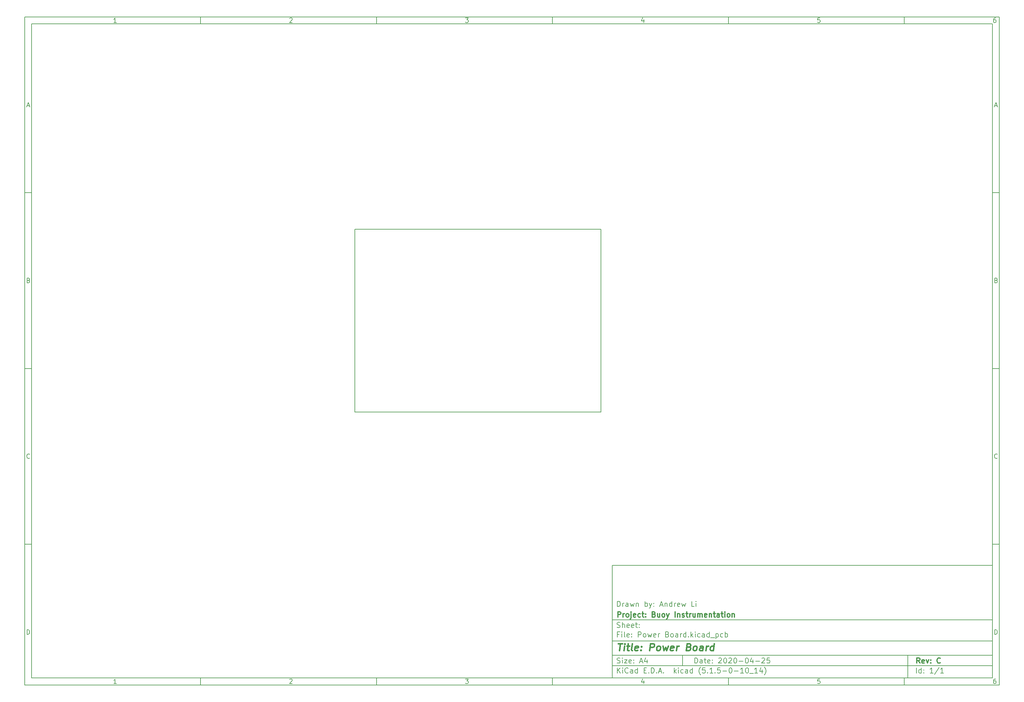
<source format=gm1>
G04 #@! TF.GenerationSoftware,KiCad,Pcbnew,(5.1.5-0-10_14)*
G04 #@! TF.CreationDate,2020-04-26T15:29:48+12:00*
G04 #@! TF.ProjectId,Power Board,506f7765-7220-4426-9f61-72642e6b6963,C*
G04 #@! TF.SameCoordinates,Original*
G04 #@! TF.FileFunction,Profile,NP*
%FSLAX46Y46*%
G04 Gerber Fmt 4.6, Leading zero omitted, Abs format (unit mm)*
G04 Created by KiCad (PCBNEW (5.1.5-0-10_14)) date 2020-04-26 15:29:48*
%MOMM*%
%LPD*%
G04 APERTURE LIST*
%ADD10C,0.100000*%
%ADD11C,0.150000*%
%ADD12C,0.300000*%
%ADD13C,0.400000*%
%ADD14C,0.200000*%
G04 APERTURE END LIST*
D10*
D11*
X177002200Y-166007200D02*
X177002200Y-198007200D01*
X285002200Y-198007200D01*
X285002200Y-166007200D01*
X177002200Y-166007200D01*
D10*
D11*
X10000000Y-10000000D02*
X10000000Y-200007200D01*
X287002200Y-200007200D01*
X287002200Y-10000000D01*
X10000000Y-10000000D01*
D10*
D11*
X12000000Y-12000000D02*
X12000000Y-198007200D01*
X285002200Y-198007200D01*
X285002200Y-12000000D01*
X12000000Y-12000000D01*
D10*
D11*
X60000000Y-12000000D02*
X60000000Y-10000000D01*
D10*
D11*
X110000000Y-12000000D02*
X110000000Y-10000000D01*
D10*
D11*
X160000000Y-12000000D02*
X160000000Y-10000000D01*
D10*
D11*
X210000000Y-12000000D02*
X210000000Y-10000000D01*
D10*
D11*
X260000000Y-12000000D02*
X260000000Y-10000000D01*
D10*
D11*
X36065476Y-11588095D02*
X35322619Y-11588095D01*
X35694047Y-11588095D02*
X35694047Y-10288095D01*
X35570238Y-10473809D01*
X35446428Y-10597619D01*
X35322619Y-10659523D01*
D10*
D11*
X85322619Y-10411904D02*
X85384523Y-10350000D01*
X85508333Y-10288095D01*
X85817857Y-10288095D01*
X85941666Y-10350000D01*
X86003571Y-10411904D01*
X86065476Y-10535714D01*
X86065476Y-10659523D01*
X86003571Y-10845238D01*
X85260714Y-11588095D01*
X86065476Y-11588095D01*
D10*
D11*
X135260714Y-10288095D02*
X136065476Y-10288095D01*
X135632142Y-10783333D01*
X135817857Y-10783333D01*
X135941666Y-10845238D01*
X136003571Y-10907142D01*
X136065476Y-11030952D01*
X136065476Y-11340476D01*
X136003571Y-11464285D01*
X135941666Y-11526190D01*
X135817857Y-11588095D01*
X135446428Y-11588095D01*
X135322619Y-11526190D01*
X135260714Y-11464285D01*
D10*
D11*
X185941666Y-10721428D02*
X185941666Y-11588095D01*
X185632142Y-10226190D02*
X185322619Y-11154761D01*
X186127380Y-11154761D01*
D10*
D11*
X236003571Y-10288095D02*
X235384523Y-10288095D01*
X235322619Y-10907142D01*
X235384523Y-10845238D01*
X235508333Y-10783333D01*
X235817857Y-10783333D01*
X235941666Y-10845238D01*
X236003571Y-10907142D01*
X236065476Y-11030952D01*
X236065476Y-11340476D01*
X236003571Y-11464285D01*
X235941666Y-11526190D01*
X235817857Y-11588095D01*
X235508333Y-11588095D01*
X235384523Y-11526190D01*
X235322619Y-11464285D01*
D10*
D11*
X285941666Y-10288095D02*
X285694047Y-10288095D01*
X285570238Y-10350000D01*
X285508333Y-10411904D01*
X285384523Y-10597619D01*
X285322619Y-10845238D01*
X285322619Y-11340476D01*
X285384523Y-11464285D01*
X285446428Y-11526190D01*
X285570238Y-11588095D01*
X285817857Y-11588095D01*
X285941666Y-11526190D01*
X286003571Y-11464285D01*
X286065476Y-11340476D01*
X286065476Y-11030952D01*
X286003571Y-10907142D01*
X285941666Y-10845238D01*
X285817857Y-10783333D01*
X285570238Y-10783333D01*
X285446428Y-10845238D01*
X285384523Y-10907142D01*
X285322619Y-11030952D01*
D10*
D11*
X60000000Y-198007200D02*
X60000000Y-200007200D01*
D10*
D11*
X110000000Y-198007200D02*
X110000000Y-200007200D01*
D10*
D11*
X160000000Y-198007200D02*
X160000000Y-200007200D01*
D10*
D11*
X210000000Y-198007200D02*
X210000000Y-200007200D01*
D10*
D11*
X260000000Y-198007200D02*
X260000000Y-200007200D01*
D10*
D11*
X36065476Y-199595295D02*
X35322619Y-199595295D01*
X35694047Y-199595295D02*
X35694047Y-198295295D01*
X35570238Y-198481009D01*
X35446428Y-198604819D01*
X35322619Y-198666723D01*
D10*
D11*
X85322619Y-198419104D02*
X85384523Y-198357200D01*
X85508333Y-198295295D01*
X85817857Y-198295295D01*
X85941666Y-198357200D01*
X86003571Y-198419104D01*
X86065476Y-198542914D01*
X86065476Y-198666723D01*
X86003571Y-198852438D01*
X85260714Y-199595295D01*
X86065476Y-199595295D01*
D10*
D11*
X135260714Y-198295295D02*
X136065476Y-198295295D01*
X135632142Y-198790533D01*
X135817857Y-198790533D01*
X135941666Y-198852438D01*
X136003571Y-198914342D01*
X136065476Y-199038152D01*
X136065476Y-199347676D01*
X136003571Y-199471485D01*
X135941666Y-199533390D01*
X135817857Y-199595295D01*
X135446428Y-199595295D01*
X135322619Y-199533390D01*
X135260714Y-199471485D01*
D10*
D11*
X185941666Y-198728628D02*
X185941666Y-199595295D01*
X185632142Y-198233390D02*
X185322619Y-199161961D01*
X186127380Y-199161961D01*
D10*
D11*
X236003571Y-198295295D02*
X235384523Y-198295295D01*
X235322619Y-198914342D01*
X235384523Y-198852438D01*
X235508333Y-198790533D01*
X235817857Y-198790533D01*
X235941666Y-198852438D01*
X236003571Y-198914342D01*
X236065476Y-199038152D01*
X236065476Y-199347676D01*
X236003571Y-199471485D01*
X235941666Y-199533390D01*
X235817857Y-199595295D01*
X235508333Y-199595295D01*
X235384523Y-199533390D01*
X235322619Y-199471485D01*
D10*
D11*
X285941666Y-198295295D02*
X285694047Y-198295295D01*
X285570238Y-198357200D01*
X285508333Y-198419104D01*
X285384523Y-198604819D01*
X285322619Y-198852438D01*
X285322619Y-199347676D01*
X285384523Y-199471485D01*
X285446428Y-199533390D01*
X285570238Y-199595295D01*
X285817857Y-199595295D01*
X285941666Y-199533390D01*
X286003571Y-199471485D01*
X286065476Y-199347676D01*
X286065476Y-199038152D01*
X286003571Y-198914342D01*
X285941666Y-198852438D01*
X285817857Y-198790533D01*
X285570238Y-198790533D01*
X285446428Y-198852438D01*
X285384523Y-198914342D01*
X285322619Y-199038152D01*
D10*
D11*
X10000000Y-60000000D02*
X12000000Y-60000000D01*
D10*
D11*
X10000000Y-110000000D02*
X12000000Y-110000000D01*
D10*
D11*
X10000000Y-160000000D02*
X12000000Y-160000000D01*
D10*
D11*
X10690476Y-35216666D02*
X11309523Y-35216666D01*
X10566666Y-35588095D02*
X11000000Y-34288095D01*
X11433333Y-35588095D01*
D10*
D11*
X11092857Y-84907142D02*
X11278571Y-84969047D01*
X11340476Y-85030952D01*
X11402380Y-85154761D01*
X11402380Y-85340476D01*
X11340476Y-85464285D01*
X11278571Y-85526190D01*
X11154761Y-85588095D01*
X10659523Y-85588095D01*
X10659523Y-84288095D01*
X11092857Y-84288095D01*
X11216666Y-84350000D01*
X11278571Y-84411904D01*
X11340476Y-84535714D01*
X11340476Y-84659523D01*
X11278571Y-84783333D01*
X11216666Y-84845238D01*
X11092857Y-84907142D01*
X10659523Y-84907142D01*
D10*
D11*
X11402380Y-135464285D02*
X11340476Y-135526190D01*
X11154761Y-135588095D01*
X11030952Y-135588095D01*
X10845238Y-135526190D01*
X10721428Y-135402380D01*
X10659523Y-135278571D01*
X10597619Y-135030952D01*
X10597619Y-134845238D01*
X10659523Y-134597619D01*
X10721428Y-134473809D01*
X10845238Y-134350000D01*
X11030952Y-134288095D01*
X11154761Y-134288095D01*
X11340476Y-134350000D01*
X11402380Y-134411904D01*
D10*
D11*
X10659523Y-185588095D02*
X10659523Y-184288095D01*
X10969047Y-184288095D01*
X11154761Y-184350000D01*
X11278571Y-184473809D01*
X11340476Y-184597619D01*
X11402380Y-184845238D01*
X11402380Y-185030952D01*
X11340476Y-185278571D01*
X11278571Y-185402380D01*
X11154761Y-185526190D01*
X10969047Y-185588095D01*
X10659523Y-185588095D01*
D10*
D11*
X287002200Y-60000000D02*
X285002200Y-60000000D01*
D10*
D11*
X287002200Y-110000000D02*
X285002200Y-110000000D01*
D10*
D11*
X287002200Y-160000000D02*
X285002200Y-160000000D01*
D10*
D11*
X285692676Y-35216666D02*
X286311723Y-35216666D01*
X285568866Y-35588095D02*
X286002200Y-34288095D01*
X286435533Y-35588095D01*
D10*
D11*
X286095057Y-84907142D02*
X286280771Y-84969047D01*
X286342676Y-85030952D01*
X286404580Y-85154761D01*
X286404580Y-85340476D01*
X286342676Y-85464285D01*
X286280771Y-85526190D01*
X286156961Y-85588095D01*
X285661723Y-85588095D01*
X285661723Y-84288095D01*
X286095057Y-84288095D01*
X286218866Y-84350000D01*
X286280771Y-84411904D01*
X286342676Y-84535714D01*
X286342676Y-84659523D01*
X286280771Y-84783333D01*
X286218866Y-84845238D01*
X286095057Y-84907142D01*
X285661723Y-84907142D01*
D10*
D11*
X286404580Y-135464285D02*
X286342676Y-135526190D01*
X286156961Y-135588095D01*
X286033152Y-135588095D01*
X285847438Y-135526190D01*
X285723628Y-135402380D01*
X285661723Y-135278571D01*
X285599819Y-135030952D01*
X285599819Y-134845238D01*
X285661723Y-134597619D01*
X285723628Y-134473809D01*
X285847438Y-134350000D01*
X286033152Y-134288095D01*
X286156961Y-134288095D01*
X286342676Y-134350000D01*
X286404580Y-134411904D01*
D10*
D11*
X285661723Y-185588095D02*
X285661723Y-184288095D01*
X285971247Y-184288095D01*
X286156961Y-184350000D01*
X286280771Y-184473809D01*
X286342676Y-184597619D01*
X286404580Y-184845238D01*
X286404580Y-185030952D01*
X286342676Y-185278571D01*
X286280771Y-185402380D01*
X286156961Y-185526190D01*
X285971247Y-185588095D01*
X285661723Y-185588095D01*
D10*
D11*
X200434342Y-193785771D02*
X200434342Y-192285771D01*
X200791485Y-192285771D01*
X201005771Y-192357200D01*
X201148628Y-192500057D01*
X201220057Y-192642914D01*
X201291485Y-192928628D01*
X201291485Y-193142914D01*
X201220057Y-193428628D01*
X201148628Y-193571485D01*
X201005771Y-193714342D01*
X200791485Y-193785771D01*
X200434342Y-193785771D01*
X202577200Y-193785771D02*
X202577200Y-193000057D01*
X202505771Y-192857200D01*
X202362914Y-192785771D01*
X202077200Y-192785771D01*
X201934342Y-192857200D01*
X202577200Y-193714342D02*
X202434342Y-193785771D01*
X202077200Y-193785771D01*
X201934342Y-193714342D01*
X201862914Y-193571485D01*
X201862914Y-193428628D01*
X201934342Y-193285771D01*
X202077200Y-193214342D01*
X202434342Y-193214342D01*
X202577200Y-193142914D01*
X203077200Y-192785771D02*
X203648628Y-192785771D01*
X203291485Y-192285771D02*
X203291485Y-193571485D01*
X203362914Y-193714342D01*
X203505771Y-193785771D01*
X203648628Y-193785771D01*
X204720057Y-193714342D02*
X204577200Y-193785771D01*
X204291485Y-193785771D01*
X204148628Y-193714342D01*
X204077200Y-193571485D01*
X204077200Y-193000057D01*
X204148628Y-192857200D01*
X204291485Y-192785771D01*
X204577200Y-192785771D01*
X204720057Y-192857200D01*
X204791485Y-193000057D01*
X204791485Y-193142914D01*
X204077200Y-193285771D01*
X205434342Y-193642914D02*
X205505771Y-193714342D01*
X205434342Y-193785771D01*
X205362914Y-193714342D01*
X205434342Y-193642914D01*
X205434342Y-193785771D01*
X205434342Y-192857200D02*
X205505771Y-192928628D01*
X205434342Y-193000057D01*
X205362914Y-192928628D01*
X205434342Y-192857200D01*
X205434342Y-193000057D01*
X207220057Y-192428628D02*
X207291485Y-192357200D01*
X207434342Y-192285771D01*
X207791485Y-192285771D01*
X207934342Y-192357200D01*
X208005771Y-192428628D01*
X208077200Y-192571485D01*
X208077200Y-192714342D01*
X208005771Y-192928628D01*
X207148628Y-193785771D01*
X208077200Y-193785771D01*
X209005771Y-192285771D02*
X209148628Y-192285771D01*
X209291485Y-192357200D01*
X209362914Y-192428628D01*
X209434342Y-192571485D01*
X209505771Y-192857200D01*
X209505771Y-193214342D01*
X209434342Y-193500057D01*
X209362914Y-193642914D01*
X209291485Y-193714342D01*
X209148628Y-193785771D01*
X209005771Y-193785771D01*
X208862914Y-193714342D01*
X208791485Y-193642914D01*
X208720057Y-193500057D01*
X208648628Y-193214342D01*
X208648628Y-192857200D01*
X208720057Y-192571485D01*
X208791485Y-192428628D01*
X208862914Y-192357200D01*
X209005771Y-192285771D01*
X210077200Y-192428628D02*
X210148628Y-192357200D01*
X210291485Y-192285771D01*
X210648628Y-192285771D01*
X210791485Y-192357200D01*
X210862914Y-192428628D01*
X210934342Y-192571485D01*
X210934342Y-192714342D01*
X210862914Y-192928628D01*
X210005771Y-193785771D01*
X210934342Y-193785771D01*
X211862914Y-192285771D02*
X212005771Y-192285771D01*
X212148628Y-192357200D01*
X212220057Y-192428628D01*
X212291485Y-192571485D01*
X212362914Y-192857200D01*
X212362914Y-193214342D01*
X212291485Y-193500057D01*
X212220057Y-193642914D01*
X212148628Y-193714342D01*
X212005771Y-193785771D01*
X211862914Y-193785771D01*
X211720057Y-193714342D01*
X211648628Y-193642914D01*
X211577200Y-193500057D01*
X211505771Y-193214342D01*
X211505771Y-192857200D01*
X211577200Y-192571485D01*
X211648628Y-192428628D01*
X211720057Y-192357200D01*
X211862914Y-192285771D01*
X213005771Y-193214342D02*
X214148628Y-193214342D01*
X215148628Y-192285771D02*
X215291485Y-192285771D01*
X215434342Y-192357200D01*
X215505771Y-192428628D01*
X215577200Y-192571485D01*
X215648628Y-192857200D01*
X215648628Y-193214342D01*
X215577200Y-193500057D01*
X215505771Y-193642914D01*
X215434342Y-193714342D01*
X215291485Y-193785771D01*
X215148628Y-193785771D01*
X215005771Y-193714342D01*
X214934342Y-193642914D01*
X214862914Y-193500057D01*
X214791485Y-193214342D01*
X214791485Y-192857200D01*
X214862914Y-192571485D01*
X214934342Y-192428628D01*
X215005771Y-192357200D01*
X215148628Y-192285771D01*
X216934342Y-192785771D02*
X216934342Y-193785771D01*
X216577200Y-192214342D02*
X216220057Y-193285771D01*
X217148628Y-193285771D01*
X217720057Y-193214342D02*
X218862914Y-193214342D01*
X219505771Y-192428628D02*
X219577200Y-192357200D01*
X219720057Y-192285771D01*
X220077200Y-192285771D01*
X220220057Y-192357200D01*
X220291485Y-192428628D01*
X220362914Y-192571485D01*
X220362914Y-192714342D01*
X220291485Y-192928628D01*
X219434342Y-193785771D01*
X220362914Y-193785771D01*
X221720057Y-192285771D02*
X221005771Y-192285771D01*
X220934342Y-193000057D01*
X221005771Y-192928628D01*
X221148628Y-192857200D01*
X221505771Y-192857200D01*
X221648628Y-192928628D01*
X221720057Y-193000057D01*
X221791485Y-193142914D01*
X221791485Y-193500057D01*
X221720057Y-193642914D01*
X221648628Y-193714342D01*
X221505771Y-193785771D01*
X221148628Y-193785771D01*
X221005771Y-193714342D01*
X220934342Y-193642914D01*
D10*
D11*
X177002200Y-194507200D02*
X285002200Y-194507200D01*
D10*
D11*
X178434342Y-196585771D02*
X178434342Y-195085771D01*
X179291485Y-196585771D02*
X178648628Y-195728628D01*
X179291485Y-195085771D02*
X178434342Y-195942914D01*
X179934342Y-196585771D02*
X179934342Y-195585771D01*
X179934342Y-195085771D02*
X179862914Y-195157200D01*
X179934342Y-195228628D01*
X180005771Y-195157200D01*
X179934342Y-195085771D01*
X179934342Y-195228628D01*
X181505771Y-196442914D02*
X181434342Y-196514342D01*
X181220057Y-196585771D01*
X181077200Y-196585771D01*
X180862914Y-196514342D01*
X180720057Y-196371485D01*
X180648628Y-196228628D01*
X180577200Y-195942914D01*
X180577200Y-195728628D01*
X180648628Y-195442914D01*
X180720057Y-195300057D01*
X180862914Y-195157200D01*
X181077200Y-195085771D01*
X181220057Y-195085771D01*
X181434342Y-195157200D01*
X181505771Y-195228628D01*
X182791485Y-196585771D02*
X182791485Y-195800057D01*
X182720057Y-195657200D01*
X182577200Y-195585771D01*
X182291485Y-195585771D01*
X182148628Y-195657200D01*
X182791485Y-196514342D02*
X182648628Y-196585771D01*
X182291485Y-196585771D01*
X182148628Y-196514342D01*
X182077200Y-196371485D01*
X182077200Y-196228628D01*
X182148628Y-196085771D01*
X182291485Y-196014342D01*
X182648628Y-196014342D01*
X182791485Y-195942914D01*
X184148628Y-196585771D02*
X184148628Y-195085771D01*
X184148628Y-196514342D02*
X184005771Y-196585771D01*
X183720057Y-196585771D01*
X183577200Y-196514342D01*
X183505771Y-196442914D01*
X183434342Y-196300057D01*
X183434342Y-195871485D01*
X183505771Y-195728628D01*
X183577200Y-195657200D01*
X183720057Y-195585771D01*
X184005771Y-195585771D01*
X184148628Y-195657200D01*
X186005771Y-195800057D02*
X186505771Y-195800057D01*
X186720057Y-196585771D02*
X186005771Y-196585771D01*
X186005771Y-195085771D01*
X186720057Y-195085771D01*
X187362914Y-196442914D02*
X187434342Y-196514342D01*
X187362914Y-196585771D01*
X187291485Y-196514342D01*
X187362914Y-196442914D01*
X187362914Y-196585771D01*
X188077200Y-196585771D02*
X188077200Y-195085771D01*
X188434342Y-195085771D01*
X188648628Y-195157200D01*
X188791485Y-195300057D01*
X188862914Y-195442914D01*
X188934342Y-195728628D01*
X188934342Y-195942914D01*
X188862914Y-196228628D01*
X188791485Y-196371485D01*
X188648628Y-196514342D01*
X188434342Y-196585771D01*
X188077200Y-196585771D01*
X189577200Y-196442914D02*
X189648628Y-196514342D01*
X189577200Y-196585771D01*
X189505771Y-196514342D01*
X189577200Y-196442914D01*
X189577200Y-196585771D01*
X190220057Y-196157200D02*
X190934342Y-196157200D01*
X190077200Y-196585771D02*
X190577200Y-195085771D01*
X191077200Y-196585771D01*
X191577200Y-196442914D02*
X191648628Y-196514342D01*
X191577200Y-196585771D01*
X191505771Y-196514342D01*
X191577200Y-196442914D01*
X191577200Y-196585771D01*
X194577200Y-196585771D02*
X194577200Y-195085771D01*
X194720057Y-196014342D02*
X195148628Y-196585771D01*
X195148628Y-195585771D02*
X194577200Y-196157200D01*
X195791485Y-196585771D02*
X195791485Y-195585771D01*
X195791485Y-195085771D02*
X195720057Y-195157200D01*
X195791485Y-195228628D01*
X195862914Y-195157200D01*
X195791485Y-195085771D01*
X195791485Y-195228628D01*
X197148628Y-196514342D02*
X197005771Y-196585771D01*
X196720057Y-196585771D01*
X196577200Y-196514342D01*
X196505771Y-196442914D01*
X196434342Y-196300057D01*
X196434342Y-195871485D01*
X196505771Y-195728628D01*
X196577200Y-195657200D01*
X196720057Y-195585771D01*
X197005771Y-195585771D01*
X197148628Y-195657200D01*
X198434342Y-196585771D02*
X198434342Y-195800057D01*
X198362914Y-195657200D01*
X198220057Y-195585771D01*
X197934342Y-195585771D01*
X197791485Y-195657200D01*
X198434342Y-196514342D02*
X198291485Y-196585771D01*
X197934342Y-196585771D01*
X197791485Y-196514342D01*
X197720057Y-196371485D01*
X197720057Y-196228628D01*
X197791485Y-196085771D01*
X197934342Y-196014342D01*
X198291485Y-196014342D01*
X198434342Y-195942914D01*
X199791485Y-196585771D02*
X199791485Y-195085771D01*
X199791485Y-196514342D02*
X199648628Y-196585771D01*
X199362914Y-196585771D01*
X199220057Y-196514342D01*
X199148628Y-196442914D01*
X199077200Y-196300057D01*
X199077200Y-195871485D01*
X199148628Y-195728628D01*
X199220057Y-195657200D01*
X199362914Y-195585771D01*
X199648628Y-195585771D01*
X199791485Y-195657200D01*
X202077200Y-197157200D02*
X202005771Y-197085771D01*
X201862914Y-196871485D01*
X201791485Y-196728628D01*
X201720057Y-196514342D01*
X201648628Y-196157200D01*
X201648628Y-195871485D01*
X201720057Y-195514342D01*
X201791485Y-195300057D01*
X201862914Y-195157200D01*
X202005771Y-194942914D01*
X202077200Y-194871485D01*
X203362914Y-195085771D02*
X202648628Y-195085771D01*
X202577200Y-195800057D01*
X202648628Y-195728628D01*
X202791485Y-195657200D01*
X203148628Y-195657200D01*
X203291485Y-195728628D01*
X203362914Y-195800057D01*
X203434342Y-195942914D01*
X203434342Y-196300057D01*
X203362914Y-196442914D01*
X203291485Y-196514342D01*
X203148628Y-196585771D01*
X202791485Y-196585771D01*
X202648628Y-196514342D01*
X202577200Y-196442914D01*
X204077200Y-196442914D02*
X204148628Y-196514342D01*
X204077200Y-196585771D01*
X204005771Y-196514342D01*
X204077200Y-196442914D01*
X204077200Y-196585771D01*
X205577200Y-196585771D02*
X204720057Y-196585771D01*
X205148628Y-196585771D02*
X205148628Y-195085771D01*
X205005771Y-195300057D01*
X204862914Y-195442914D01*
X204720057Y-195514342D01*
X206220057Y-196442914D02*
X206291485Y-196514342D01*
X206220057Y-196585771D01*
X206148628Y-196514342D01*
X206220057Y-196442914D01*
X206220057Y-196585771D01*
X207648628Y-195085771D02*
X206934342Y-195085771D01*
X206862914Y-195800057D01*
X206934342Y-195728628D01*
X207077200Y-195657200D01*
X207434342Y-195657200D01*
X207577200Y-195728628D01*
X207648628Y-195800057D01*
X207720057Y-195942914D01*
X207720057Y-196300057D01*
X207648628Y-196442914D01*
X207577200Y-196514342D01*
X207434342Y-196585771D01*
X207077200Y-196585771D01*
X206934342Y-196514342D01*
X206862914Y-196442914D01*
X208362914Y-196014342D02*
X209505771Y-196014342D01*
X210505771Y-195085771D02*
X210648628Y-195085771D01*
X210791485Y-195157200D01*
X210862914Y-195228628D01*
X210934342Y-195371485D01*
X211005771Y-195657200D01*
X211005771Y-196014342D01*
X210934342Y-196300057D01*
X210862914Y-196442914D01*
X210791485Y-196514342D01*
X210648628Y-196585771D01*
X210505771Y-196585771D01*
X210362914Y-196514342D01*
X210291485Y-196442914D01*
X210220057Y-196300057D01*
X210148628Y-196014342D01*
X210148628Y-195657200D01*
X210220057Y-195371485D01*
X210291485Y-195228628D01*
X210362914Y-195157200D01*
X210505771Y-195085771D01*
X211648628Y-196014342D02*
X212791485Y-196014342D01*
X214291485Y-196585771D02*
X213434342Y-196585771D01*
X213862914Y-196585771D02*
X213862914Y-195085771D01*
X213720057Y-195300057D01*
X213577200Y-195442914D01*
X213434342Y-195514342D01*
X215220057Y-195085771D02*
X215362914Y-195085771D01*
X215505771Y-195157200D01*
X215577200Y-195228628D01*
X215648628Y-195371485D01*
X215720057Y-195657200D01*
X215720057Y-196014342D01*
X215648628Y-196300057D01*
X215577200Y-196442914D01*
X215505771Y-196514342D01*
X215362914Y-196585771D01*
X215220057Y-196585771D01*
X215077200Y-196514342D01*
X215005771Y-196442914D01*
X214934342Y-196300057D01*
X214862914Y-196014342D01*
X214862914Y-195657200D01*
X214934342Y-195371485D01*
X215005771Y-195228628D01*
X215077200Y-195157200D01*
X215220057Y-195085771D01*
X216005771Y-196728628D02*
X217148628Y-196728628D01*
X218291485Y-196585771D02*
X217434342Y-196585771D01*
X217862914Y-196585771D02*
X217862914Y-195085771D01*
X217720057Y-195300057D01*
X217577200Y-195442914D01*
X217434342Y-195514342D01*
X219577200Y-195585771D02*
X219577200Y-196585771D01*
X219220057Y-195014342D02*
X218862914Y-196085771D01*
X219791485Y-196085771D01*
X220220057Y-197157200D02*
X220291485Y-197085771D01*
X220434342Y-196871485D01*
X220505771Y-196728628D01*
X220577200Y-196514342D01*
X220648628Y-196157200D01*
X220648628Y-195871485D01*
X220577200Y-195514342D01*
X220505771Y-195300057D01*
X220434342Y-195157200D01*
X220291485Y-194942914D01*
X220220057Y-194871485D01*
D10*
D11*
X177002200Y-191507200D02*
X285002200Y-191507200D01*
D10*
D12*
X264411485Y-193785771D02*
X263911485Y-193071485D01*
X263554342Y-193785771D02*
X263554342Y-192285771D01*
X264125771Y-192285771D01*
X264268628Y-192357200D01*
X264340057Y-192428628D01*
X264411485Y-192571485D01*
X264411485Y-192785771D01*
X264340057Y-192928628D01*
X264268628Y-193000057D01*
X264125771Y-193071485D01*
X263554342Y-193071485D01*
X265625771Y-193714342D02*
X265482914Y-193785771D01*
X265197200Y-193785771D01*
X265054342Y-193714342D01*
X264982914Y-193571485D01*
X264982914Y-193000057D01*
X265054342Y-192857200D01*
X265197200Y-192785771D01*
X265482914Y-192785771D01*
X265625771Y-192857200D01*
X265697200Y-193000057D01*
X265697200Y-193142914D01*
X264982914Y-193285771D01*
X266197200Y-192785771D02*
X266554342Y-193785771D01*
X266911485Y-192785771D01*
X267482914Y-193642914D02*
X267554342Y-193714342D01*
X267482914Y-193785771D01*
X267411485Y-193714342D01*
X267482914Y-193642914D01*
X267482914Y-193785771D01*
X267482914Y-192857200D02*
X267554342Y-192928628D01*
X267482914Y-193000057D01*
X267411485Y-192928628D01*
X267482914Y-192857200D01*
X267482914Y-193000057D01*
X270197200Y-193642914D02*
X270125771Y-193714342D01*
X269911485Y-193785771D01*
X269768628Y-193785771D01*
X269554342Y-193714342D01*
X269411485Y-193571485D01*
X269340057Y-193428628D01*
X269268628Y-193142914D01*
X269268628Y-192928628D01*
X269340057Y-192642914D01*
X269411485Y-192500057D01*
X269554342Y-192357200D01*
X269768628Y-192285771D01*
X269911485Y-192285771D01*
X270125771Y-192357200D01*
X270197200Y-192428628D01*
D10*
D11*
X178362914Y-193714342D02*
X178577200Y-193785771D01*
X178934342Y-193785771D01*
X179077200Y-193714342D01*
X179148628Y-193642914D01*
X179220057Y-193500057D01*
X179220057Y-193357200D01*
X179148628Y-193214342D01*
X179077200Y-193142914D01*
X178934342Y-193071485D01*
X178648628Y-193000057D01*
X178505771Y-192928628D01*
X178434342Y-192857200D01*
X178362914Y-192714342D01*
X178362914Y-192571485D01*
X178434342Y-192428628D01*
X178505771Y-192357200D01*
X178648628Y-192285771D01*
X179005771Y-192285771D01*
X179220057Y-192357200D01*
X179862914Y-193785771D02*
X179862914Y-192785771D01*
X179862914Y-192285771D02*
X179791485Y-192357200D01*
X179862914Y-192428628D01*
X179934342Y-192357200D01*
X179862914Y-192285771D01*
X179862914Y-192428628D01*
X180434342Y-192785771D02*
X181220057Y-192785771D01*
X180434342Y-193785771D01*
X181220057Y-193785771D01*
X182362914Y-193714342D02*
X182220057Y-193785771D01*
X181934342Y-193785771D01*
X181791485Y-193714342D01*
X181720057Y-193571485D01*
X181720057Y-193000057D01*
X181791485Y-192857200D01*
X181934342Y-192785771D01*
X182220057Y-192785771D01*
X182362914Y-192857200D01*
X182434342Y-193000057D01*
X182434342Y-193142914D01*
X181720057Y-193285771D01*
X183077200Y-193642914D02*
X183148628Y-193714342D01*
X183077200Y-193785771D01*
X183005771Y-193714342D01*
X183077200Y-193642914D01*
X183077200Y-193785771D01*
X183077200Y-192857200D02*
X183148628Y-192928628D01*
X183077200Y-193000057D01*
X183005771Y-192928628D01*
X183077200Y-192857200D01*
X183077200Y-193000057D01*
X184862914Y-193357200D02*
X185577200Y-193357200D01*
X184720057Y-193785771D02*
X185220057Y-192285771D01*
X185720057Y-193785771D01*
X186862914Y-192785771D02*
X186862914Y-193785771D01*
X186505771Y-192214342D02*
X186148628Y-193285771D01*
X187077200Y-193285771D01*
D10*
D11*
X263434342Y-196585771D02*
X263434342Y-195085771D01*
X264791485Y-196585771D02*
X264791485Y-195085771D01*
X264791485Y-196514342D02*
X264648628Y-196585771D01*
X264362914Y-196585771D01*
X264220057Y-196514342D01*
X264148628Y-196442914D01*
X264077200Y-196300057D01*
X264077200Y-195871485D01*
X264148628Y-195728628D01*
X264220057Y-195657200D01*
X264362914Y-195585771D01*
X264648628Y-195585771D01*
X264791485Y-195657200D01*
X265505771Y-196442914D02*
X265577200Y-196514342D01*
X265505771Y-196585771D01*
X265434342Y-196514342D01*
X265505771Y-196442914D01*
X265505771Y-196585771D01*
X265505771Y-195657200D02*
X265577200Y-195728628D01*
X265505771Y-195800057D01*
X265434342Y-195728628D01*
X265505771Y-195657200D01*
X265505771Y-195800057D01*
X268148628Y-196585771D02*
X267291485Y-196585771D01*
X267720057Y-196585771D02*
X267720057Y-195085771D01*
X267577200Y-195300057D01*
X267434342Y-195442914D01*
X267291485Y-195514342D01*
X269862914Y-195014342D02*
X268577200Y-196942914D01*
X271148628Y-196585771D02*
X270291485Y-196585771D01*
X270720057Y-196585771D02*
X270720057Y-195085771D01*
X270577200Y-195300057D01*
X270434342Y-195442914D01*
X270291485Y-195514342D01*
D10*
D11*
X177002200Y-187507200D02*
X285002200Y-187507200D01*
D10*
D13*
X178714580Y-188211961D02*
X179857438Y-188211961D01*
X179036009Y-190211961D02*
X179286009Y-188211961D01*
X180274104Y-190211961D02*
X180440771Y-188878628D01*
X180524104Y-188211961D02*
X180416961Y-188307200D01*
X180500295Y-188402438D01*
X180607438Y-188307200D01*
X180524104Y-188211961D01*
X180500295Y-188402438D01*
X181107438Y-188878628D02*
X181869342Y-188878628D01*
X181476485Y-188211961D02*
X181262200Y-189926247D01*
X181333628Y-190116723D01*
X181512200Y-190211961D01*
X181702676Y-190211961D01*
X182655057Y-190211961D02*
X182476485Y-190116723D01*
X182405057Y-189926247D01*
X182619342Y-188211961D01*
X184190771Y-190116723D02*
X183988390Y-190211961D01*
X183607438Y-190211961D01*
X183428866Y-190116723D01*
X183357438Y-189926247D01*
X183452676Y-189164342D01*
X183571723Y-188973866D01*
X183774104Y-188878628D01*
X184155057Y-188878628D01*
X184333628Y-188973866D01*
X184405057Y-189164342D01*
X184381247Y-189354819D01*
X183405057Y-189545295D01*
X185155057Y-190021485D02*
X185238390Y-190116723D01*
X185131247Y-190211961D01*
X185047914Y-190116723D01*
X185155057Y-190021485D01*
X185131247Y-190211961D01*
X185286009Y-188973866D02*
X185369342Y-189069104D01*
X185262200Y-189164342D01*
X185178866Y-189069104D01*
X185286009Y-188973866D01*
X185262200Y-189164342D01*
X187607438Y-190211961D02*
X187857438Y-188211961D01*
X188619342Y-188211961D01*
X188797914Y-188307200D01*
X188881247Y-188402438D01*
X188952676Y-188592914D01*
X188916961Y-188878628D01*
X188797914Y-189069104D01*
X188690771Y-189164342D01*
X188488390Y-189259580D01*
X187726485Y-189259580D01*
X189893152Y-190211961D02*
X189714580Y-190116723D01*
X189631247Y-190021485D01*
X189559819Y-189831009D01*
X189631247Y-189259580D01*
X189750295Y-189069104D01*
X189857438Y-188973866D01*
X190059819Y-188878628D01*
X190345533Y-188878628D01*
X190524104Y-188973866D01*
X190607438Y-189069104D01*
X190678866Y-189259580D01*
X190607438Y-189831009D01*
X190488390Y-190021485D01*
X190381247Y-190116723D01*
X190178866Y-190211961D01*
X189893152Y-190211961D01*
X191393152Y-188878628D02*
X191607438Y-190211961D01*
X192107438Y-189259580D01*
X192369342Y-190211961D01*
X192916961Y-188878628D01*
X194286009Y-190116723D02*
X194083628Y-190211961D01*
X193702676Y-190211961D01*
X193524104Y-190116723D01*
X193452676Y-189926247D01*
X193547914Y-189164342D01*
X193666961Y-188973866D01*
X193869342Y-188878628D01*
X194250295Y-188878628D01*
X194428866Y-188973866D01*
X194500295Y-189164342D01*
X194476485Y-189354819D01*
X193500295Y-189545295D01*
X195226485Y-190211961D02*
X195393152Y-188878628D01*
X195345533Y-189259580D02*
X195464580Y-189069104D01*
X195571723Y-188973866D01*
X195774104Y-188878628D01*
X195964580Y-188878628D01*
X198786009Y-189164342D02*
X199059819Y-189259580D01*
X199143152Y-189354819D01*
X199214580Y-189545295D01*
X199178866Y-189831009D01*
X199059819Y-190021485D01*
X198952676Y-190116723D01*
X198750295Y-190211961D01*
X197988390Y-190211961D01*
X198238390Y-188211961D01*
X198905057Y-188211961D01*
X199083628Y-188307200D01*
X199166961Y-188402438D01*
X199238390Y-188592914D01*
X199214580Y-188783390D01*
X199095533Y-188973866D01*
X198988390Y-189069104D01*
X198786009Y-189164342D01*
X198119342Y-189164342D01*
X200274104Y-190211961D02*
X200095533Y-190116723D01*
X200012200Y-190021485D01*
X199940771Y-189831009D01*
X200012200Y-189259580D01*
X200131247Y-189069104D01*
X200238390Y-188973866D01*
X200440771Y-188878628D01*
X200726485Y-188878628D01*
X200905057Y-188973866D01*
X200988390Y-189069104D01*
X201059819Y-189259580D01*
X200988390Y-189831009D01*
X200869342Y-190021485D01*
X200762200Y-190116723D01*
X200559819Y-190211961D01*
X200274104Y-190211961D01*
X202655057Y-190211961D02*
X202786009Y-189164342D01*
X202714580Y-188973866D01*
X202536009Y-188878628D01*
X202155057Y-188878628D01*
X201952676Y-188973866D01*
X202666961Y-190116723D02*
X202464580Y-190211961D01*
X201988390Y-190211961D01*
X201809819Y-190116723D01*
X201738390Y-189926247D01*
X201762200Y-189735771D01*
X201881247Y-189545295D01*
X202083628Y-189450057D01*
X202559819Y-189450057D01*
X202762200Y-189354819D01*
X203607438Y-190211961D02*
X203774104Y-188878628D01*
X203726485Y-189259580D02*
X203845533Y-189069104D01*
X203952676Y-188973866D01*
X204155057Y-188878628D01*
X204345533Y-188878628D01*
X205702676Y-190211961D02*
X205952676Y-188211961D01*
X205714580Y-190116723D02*
X205512200Y-190211961D01*
X205131247Y-190211961D01*
X204952676Y-190116723D01*
X204869342Y-190021485D01*
X204797914Y-189831009D01*
X204869342Y-189259580D01*
X204988390Y-189069104D01*
X205095533Y-188973866D01*
X205297914Y-188878628D01*
X205678866Y-188878628D01*
X205857438Y-188973866D01*
D10*
D11*
X178934342Y-185600057D02*
X178434342Y-185600057D01*
X178434342Y-186385771D02*
X178434342Y-184885771D01*
X179148628Y-184885771D01*
X179720057Y-186385771D02*
X179720057Y-185385771D01*
X179720057Y-184885771D02*
X179648628Y-184957200D01*
X179720057Y-185028628D01*
X179791485Y-184957200D01*
X179720057Y-184885771D01*
X179720057Y-185028628D01*
X180648628Y-186385771D02*
X180505771Y-186314342D01*
X180434342Y-186171485D01*
X180434342Y-184885771D01*
X181791485Y-186314342D02*
X181648628Y-186385771D01*
X181362914Y-186385771D01*
X181220057Y-186314342D01*
X181148628Y-186171485D01*
X181148628Y-185600057D01*
X181220057Y-185457200D01*
X181362914Y-185385771D01*
X181648628Y-185385771D01*
X181791485Y-185457200D01*
X181862914Y-185600057D01*
X181862914Y-185742914D01*
X181148628Y-185885771D01*
X182505771Y-186242914D02*
X182577200Y-186314342D01*
X182505771Y-186385771D01*
X182434342Y-186314342D01*
X182505771Y-186242914D01*
X182505771Y-186385771D01*
X182505771Y-185457200D02*
X182577200Y-185528628D01*
X182505771Y-185600057D01*
X182434342Y-185528628D01*
X182505771Y-185457200D01*
X182505771Y-185600057D01*
X184362914Y-186385771D02*
X184362914Y-184885771D01*
X184934342Y-184885771D01*
X185077200Y-184957200D01*
X185148628Y-185028628D01*
X185220057Y-185171485D01*
X185220057Y-185385771D01*
X185148628Y-185528628D01*
X185077200Y-185600057D01*
X184934342Y-185671485D01*
X184362914Y-185671485D01*
X186077200Y-186385771D02*
X185934342Y-186314342D01*
X185862914Y-186242914D01*
X185791485Y-186100057D01*
X185791485Y-185671485D01*
X185862914Y-185528628D01*
X185934342Y-185457200D01*
X186077200Y-185385771D01*
X186291485Y-185385771D01*
X186434342Y-185457200D01*
X186505771Y-185528628D01*
X186577200Y-185671485D01*
X186577200Y-186100057D01*
X186505771Y-186242914D01*
X186434342Y-186314342D01*
X186291485Y-186385771D01*
X186077200Y-186385771D01*
X187077200Y-185385771D02*
X187362914Y-186385771D01*
X187648628Y-185671485D01*
X187934342Y-186385771D01*
X188220057Y-185385771D01*
X189362914Y-186314342D02*
X189220057Y-186385771D01*
X188934342Y-186385771D01*
X188791485Y-186314342D01*
X188720057Y-186171485D01*
X188720057Y-185600057D01*
X188791485Y-185457200D01*
X188934342Y-185385771D01*
X189220057Y-185385771D01*
X189362914Y-185457200D01*
X189434342Y-185600057D01*
X189434342Y-185742914D01*
X188720057Y-185885771D01*
X190077200Y-186385771D02*
X190077200Y-185385771D01*
X190077200Y-185671485D02*
X190148628Y-185528628D01*
X190220057Y-185457200D01*
X190362914Y-185385771D01*
X190505771Y-185385771D01*
X192648628Y-185600057D02*
X192862914Y-185671485D01*
X192934342Y-185742914D01*
X193005771Y-185885771D01*
X193005771Y-186100057D01*
X192934342Y-186242914D01*
X192862914Y-186314342D01*
X192720057Y-186385771D01*
X192148628Y-186385771D01*
X192148628Y-184885771D01*
X192648628Y-184885771D01*
X192791485Y-184957200D01*
X192862914Y-185028628D01*
X192934342Y-185171485D01*
X192934342Y-185314342D01*
X192862914Y-185457200D01*
X192791485Y-185528628D01*
X192648628Y-185600057D01*
X192148628Y-185600057D01*
X193862914Y-186385771D02*
X193720057Y-186314342D01*
X193648628Y-186242914D01*
X193577200Y-186100057D01*
X193577200Y-185671485D01*
X193648628Y-185528628D01*
X193720057Y-185457200D01*
X193862914Y-185385771D01*
X194077200Y-185385771D01*
X194220057Y-185457200D01*
X194291485Y-185528628D01*
X194362914Y-185671485D01*
X194362914Y-186100057D01*
X194291485Y-186242914D01*
X194220057Y-186314342D01*
X194077200Y-186385771D01*
X193862914Y-186385771D01*
X195648628Y-186385771D02*
X195648628Y-185600057D01*
X195577200Y-185457200D01*
X195434342Y-185385771D01*
X195148628Y-185385771D01*
X195005771Y-185457200D01*
X195648628Y-186314342D02*
X195505771Y-186385771D01*
X195148628Y-186385771D01*
X195005771Y-186314342D01*
X194934342Y-186171485D01*
X194934342Y-186028628D01*
X195005771Y-185885771D01*
X195148628Y-185814342D01*
X195505771Y-185814342D01*
X195648628Y-185742914D01*
X196362914Y-186385771D02*
X196362914Y-185385771D01*
X196362914Y-185671485D02*
X196434342Y-185528628D01*
X196505771Y-185457200D01*
X196648628Y-185385771D01*
X196791485Y-185385771D01*
X197934342Y-186385771D02*
X197934342Y-184885771D01*
X197934342Y-186314342D02*
X197791485Y-186385771D01*
X197505771Y-186385771D01*
X197362914Y-186314342D01*
X197291485Y-186242914D01*
X197220057Y-186100057D01*
X197220057Y-185671485D01*
X197291485Y-185528628D01*
X197362914Y-185457200D01*
X197505771Y-185385771D01*
X197791485Y-185385771D01*
X197934342Y-185457200D01*
X198648628Y-186242914D02*
X198720057Y-186314342D01*
X198648628Y-186385771D01*
X198577200Y-186314342D01*
X198648628Y-186242914D01*
X198648628Y-186385771D01*
X199362914Y-186385771D02*
X199362914Y-184885771D01*
X199505771Y-185814342D02*
X199934342Y-186385771D01*
X199934342Y-185385771D02*
X199362914Y-185957200D01*
X200577200Y-186385771D02*
X200577200Y-185385771D01*
X200577200Y-184885771D02*
X200505771Y-184957200D01*
X200577200Y-185028628D01*
X200648628Y-184957200D01*
X200577200Y-184885771D01*
X200577200Y-185028628D01*
X201934342Y-186314342D02*
X201791485Y-186385771D01*
X201505771Y-186385771D01*
X201362914Y-186314342D01*
X201291485Y-186242914D01*
X201220057Y-186100057D01*
X201220057Y-185671485D01*
X201291485Y-185528628D01*
X201362914Y-185457200D01*
X201505771Y-185385771D01*
X201791485Y-185385771D01*
X201934342Y-185457200D01*
X203220057Y-186385771D02*
X203220057Y-185600057D01*
X203148628Y-185457200D01*
X203005771Y-185385771D01*
X202720057Y-185385771D01*
X202577200Y-185457200D01*
X203220057Y-186314342D02*
X203077200Y-186385771D01*
X202720057Y-186385771D01*
X202577200Y-186314342D01*
X202505771Y-186171485D01*
X202505771Y-186028628D01*
X202577200Y-185885771D01*
X202720057Y-185814342D01*
X203077200Y-185814342D01*
X203220057Y-185742914D01*
X204577200Y-186385771D02*
X204577200Y-184885771D01*
X204577200Y-186314342D02*
X204434342Y-186385771D01*
X204148628Y-186385771D01*
X204005771Y-186314342D01*
X203934342Y-186242914D01*
X203862914Y-186100057D01*
X203862914Y-185671485D01*
X203934342Y-185528628D01*
X204005771Y-185457200D01*
X204148628Y-185385771D01*
X204434342Y-185385771D01*
X204577200Y-185457200D01*
X204934342Y-186528628D02*
X206077200Y-186528628D01*
X206434342Y-185385771D02*
X206434342Y-186885771D01*
X206434342Y-185457200D02*
X206577200Y-185385771D01*
X206862914Y-185385771D01*
X207005771Y-185457200D01*
X207077200Y-185528628D01*
X207148628Y-185671485D01*
X207148628Y-186100057D01*
X207077200Y-186242914D01*
X207005771Y-186314342D01*
X206862914Y-186385771D01*
X206577200Y-186385771D01*
X206434342Y-186314342D01*
X208434342Y-186314342D02*
X208291485Y-186385771D01*
X208005771Y-186385771D01*
X207862914Y-186314342D01*
X207791485Y-186242914D01*
X207720057Y-186100057D01*
X207720057Y-185671485D01*
X207791485Y-185528628D01*
X207862914Y-185457200D01*
X208005771Y-185385771D01*
X208291485Y-185385771D01*
X208434342Y-185457200D01*
X209077200Y-186385771D02*
X209077200Y-184885771D01*
X209077200Y-185457200D02*
X209220057Y-185385771D01*
X209505771Y-185385771D01*
X209648628Y-185457200D01*
X209720057Y-185528628D01*
X209791485Y-185671485D01*
X209791485Y-186100057D01*
X209720057Y-186242914D01*
X209648628Y-186314342D01*
X209505771Y-186385771D01*
X209220057Y-186385771D01*
X209077200Y-186314342D01*
D10*
D11*
X177002200Y-181507200D02*
X285002200Y-181507200D01*
D10*
D11*
X178362914Y-183614342D02*
X178577200Y-183685771D01*
X178934342Y-183685771D01*
X179077200Y-183614342D01*
X179148628Y-183542914D01*
X179220057Y-183400057D01*
X179220057Y-183257200D01*
X179148628Y-183114342D01*
X179077200Y-183042914D01*
X178934342Y-182971485D01*
X178648628Y-182900057D01*
X178505771Y-182828628D01*
X178434342Y-182757200D01*
X178362914Y-182614342D01*
X178362914Y-182471485D01*
X178434342Y-182328628D01*
X178505771Y-182257200D01*
X178648628Y-182185771D01*
X179005771Y-182185771D01*
X179220057Y-182257200D01*
X179862914Y-183685771D02*
X179862914Y-182185771D01*
X180505771Y-183685771D02*
X180505771Y-182900057D01*
X180434342Y-182757200D01*
X180291485Y-182685771D01*
X180077200Y-182685771D01*
X179934342Y-182757200D01*
X179862914Y-182828628D01*
X181791485Y-183614342D02*
X181648628Y-183685771D01*
X181362914Y-183685771D01*
X181220057Y-183614342D01*
X181148628Y-183471485D01*
X181148628Y-182900057D01*
X181220057Y-182757200D01*
X181362914Y-182685771D01*
X181648628Y-182685771D01*
X181791485Y-182757200D01*
X181862914Y-182900057D01*
X181862914Y-183042914D01*
X181148628Y-183185771D01*
X183077200Y-183614342D02*
X182934342Y-183685771D01*
X182648628Y-183685771D01*
X182505771Y-183614342D01*
X182434342Y-183471485D01*
X182434342Y-182900057D01*
X182505771Y-182757200D01*
X182648628Y-182685771D01*
X182934342Y-182685771D01*
X183077200Y-182757200D01*
X183148628Y-182900057D01*
X183148628Y-183042914D01*
X182434342Y-183185771D01*
X183577200Y-182685771D02*
X184148628Y-182685771D01*
X183791485Y-182185771D02*
X183791485Y-183471485D01*
X183862914Y-183614342D01*
X184005771Y-183685771D01*
X184148628Y-183685771D01*
X184648628Y-183542914D02*
X184720057Y-183614342D01*
X184648628Y-183685771D01*
X184577200Y-183614342D01*
X184648628Y-183542914D01*
X184648628Y-183685771D01*
X184648628Y-182757200D02*
X184720057Y-182828628D01*
X184648628Y-182900057D01*
X184577200Y-182828628D01*
X184648628Y-182757200D01*
X184648628Y-182900057D01*
D10*
D12*
X178554342Y-180685771D02*
X178554342Y-179185771D01*
X179125771Y-179185771D01*
X179268628Y-179257200D01*
X179340057Y-179328628D01*
X179411485Y-179471485D01*
X179411485Y-179685771D01*
X179340057Y-179828628D01*
X179268628Y-179900057D01*
X179125771Y-179971485D01*
X178554342Y-179971485D01*
X180054342Y-180685771D02*
X180054342Y-179685771D01*
X180054342Y-179971485D02*
X180125771Y-179828628D01*
X180197200Y-179757200D01*
X180340057Y-179685771D01*
X180482914Y-179685771D01*
X181197200Y-180685771D02*
X181054342Y-180614342D01*
X180982914Y-180542914D01*
X180911485Y-180400057D01*
X180911485Y-179971485D01*
X180982914Y-179828628D01*
X181054342Y-179757200D01*
X181197200Y-179685771D01*
X181411485Y-179685771D01*
X181554342Y-179757200D01*
X181625771Y-179828628D01*
X181697200Y-179971485D01*
X181697200Y-180400057D01*
X181625771Y-180542914D01*
X181554342Y-180614342D01*
X181411485Y-180685771D01*
X181197200Y-180685771D01*
X182340057Y-179685771D02*
X182340057Y-180971485D01*
X182268628Y-181114342D01*
X182125771Y-181185771D01*
X182054342Y-181185771D01*
X182340057Y-179185771D02*
X182268628Y-179257200D01*
X182340057Y-179328628D01*
X182411485Y-179257200D01*
X182340057Y-179185771D01*
X182340057Y-179328628D01*
X183625771Y-180614342D02*
X183482914Y-180685771D01*
X183197200Y-180685771D01*
X183054342Y-180614342D01*
X182982914Y-180471485D01*
X182982914Y-179900057D01*
X183054342Y-179757200D01*
X183197200Y-179685771D01*
X183482914Y-179685771D01*
X183625771Y-179757200D01*
X183697200Y-179900057D01*
X183697200Y-180042914D01*
X182982914Y-180185771D01*
X184982914Y-180614342D02*
X184840057Y-180685771D01*
X184554342Y-180685771D01*
X184411485Y-180614342D01*
X184340057Y-180542914D01*
X184268628Y-180400057D01*
X184268628Y-179971485D01*
X184340057Y-179828628D01*
X184411485Y-179757200D01*
X184554342Y-179685771D01*
X184840057Y-179685771D01*
X184982914Y-179757200D01*
X185411485Y-179685771D02*
X185982914Y-179685771D01*
X185625771Y-179185771D02*
X185625771Y-180471485D01*
X185697200Y-180614342D01*
X185840057Y-180685771D01*
X185982914Y-180685771D01*
X186482914Y-180542914D02*
X186554342Y-180614342D01*
X186482914Y-180685771D01*
X186411485Y-180614342D01*
X186482914Y-180542914D01*
X186482914Y-180685771D01*
X186482914Y-179757200D02*
X186554342Y-179828628D01*
X186482914Y-179900057D01*
X186411485Y-179828628D01*
X186482914Y-179757200D01*
X186482914Y-179900057D01*
X188840057Y-179900057D02*
X189054342Y-179971485D01*
X189125771Y-180042914D01*
X189197200Y-180185771D01*
X189197200Y-180400057D01*
X189125771Y-180542914D01*
X189054342Y-180614342D01*
X188911485Y-180685771D01*
X188340057Y-180685771D01*
X188340057Y-179185771D01*
X188840057Y-179185771D01*
X188982914Y-179257200D01*
X189054342Y-179328628D01*
X189125771Y-179471485D01*
X189125771Y-179614342D01*
X189054342Y-179757200D01*
X188982914Y-179828628D01*
X188840057Y-179900057D01*
X188340057Y-179900057D01*
X190482914Y-179685771D02*
X190482914Y-180685771D01*
X189840057Y-179685771D02*
X189840057Y-180471485D01*
X189911485Y-180614342D01*
X190054342Y-180685771D01*
X190268628Y-180685771D01*
X190411485Y-180614342D01*
X190482914Y-180542914D01*
X191411485Y-180685771D02*
X191268628Y-180614342D01*
X191197200Y-180542914D01*
X191125771Y-180400057D01*
X191125771Y-179971485D01*
X191197200Y-179828628D01*
X191268628Y-179757200D01*
X191411485Y-179685771D01*
X191625771Y-179685771D01*
X191768628Y-179757200D01*
X191840057Y-179828628D01*
X191911485Y-179971485D01*
X191911485Y-180400057D01*
X191840057Y-180542914D01*
X191768628Y-180614342D01*
X191625771Y-180685771D01*
X191411485Y-180685771D01*
X192411485Y-179685771D02*
X192768628Y-180685771D01*
X193125771Y-179685771D02*
X192768628Y-180685771D01*
X192625771Y-181042914D01*
X192554342Y-181114342D01*
X192411485Y-181185771D01*
X194840057Y-180685771D02*
X194840057Y-179185771D01*
X195554342Y-179685771D02*
X195554342Y-180685771D01*
X195554342Y-179828628D02*
X195625771Y-179757200D01*
X195768628Y-179685771D01*
X195982914Y-179685771D01*
X196125771Y-179757200D01*
X196197200Y-179900057D01*
X196197200Y-180685771D01*
X196840057Y-180614342D02*
X196982914Y-180685771D01*
X197268628Y-180685771D01*
X197411485Y-180614342D01*
X197482914Y-180471485D01*
X197482914Y-180400057D01*
X197411485Y-180257200D01*
X197268628Y-180185771D01*
X197054342Y-180185771D01*
X196911485Y-180114342D01*
X196840057Y-179971485D01*
X196840057Y-179900057D01*
X196911485Y-179757200D01*
X197054342Y-179685771D01*
X197268628Y-179685771D01*
X197411485Y-179757200D01*
X197911485Y-179685771D02*
X198482914Y-179685771D01*
X198125771Y-179185771D02*
X198125771Y-180471485D01*
X198197200Y-180614342D01*
X198340057Y-180685771D01*
X198482914Y-180685771D01*
X198982914Y-180685771D02*
X198982914Y-179685771D01*
X198982914Y-179971485D02*
X199054342Y-179828628D01*
X199125771Y-179757200D01*
X199268628Y-179685771D01*
X199411485Y-179685771D01*
X200554342Y-179685771D02*
X200554342Y-180685771D01*
X199911485Y-179685771D02*
X199911485Y-180471485D01*
X199982914Y-180614342D01*
X200125771Y-180685771D01*
X200340057Y-180685771D01*
X200482914Y-180614342D01*
X200554342Y-180542914D01*
X201268628Y-180685771D02*
X201268628Y-179685771D01*
X201268628Y-179828628D02*
X201340057Y-179757200D01*
X201482914Y-179685771D01*
X201697200Y-179685771D01*
X201840057Y-179757200D01*
X201911485Y-179900057D01*
X201911485Y-180685771D01*
X201911485Y-179900057D02*
X201982914Y-179757200D01*
X202125771Y-179685771D01*
X202340057Y-179685771D01*
X202482914Y-179757200D01*
X202554342Y-179900057D01*
X202554342Y-180685771D01*
X203840057Y-180614342D02*
X203697200Y-180685771D01*
X203411485Y-180685771D01*
X203268628Y-180614342D01*
X203197200Y-180471485D01*
X203197200Y-179900057D01*
X203268628Y-179757200D01*
X203411485Y-179685771D01*
X203697200Y-179685771D01*
X203840057Y-179757200D01*
X203911485Y-179900057D01*
X203911485Y-180042914D01*
X203197200Y-180185771D01*
X204554342Y-179685771D02*
X204554342Y-180685771D01*
X204554342Y-179828628D02*
X204625771Y-179757200D01*
X204768628Y-179685771D01*
X204982914Y-179685771D01*
X205125771Y-179757200D01*
X205197200Y-179900057D01*
X205197200Y-180685771D01*
X205697200Y-179685771D02*
X206268628Y-179685771D01*
X205911485Y-179185771D02*
X205911485Y-180471485D01*
X205982914Y-180614342D01*
X206125771Y-180685771D01*
X206268628Y-180685771D01*
X207411485Y-180685771D02*
X207411485Y-179900057D01*
X207340057Y-179757200D01*
X207197200Y-179685771D01*
X206911485Y-179685771D01*
X206768628Y-179757200D01*
X207411485Y-180614342D02*
X207268628Y-180685771D01*
X206911485Y-180685771D01*
X206768628Y-180614342D01*
X206697200Y-180471485D01*
X206697200Y-180328628D01*
X206768628Y-180185771D01*
X206911485Y-180114342D01*
X207268628Y-180114342D01*
X207411485Y-180042914D01*
X207911485Y-179685771D02*
X208482914Y-179685771D01*
X208125771Y-179185771D02*
X208125771Y-180471485D01*
X208197200Y-180614342D01*
X208340057Y-180685771D01*
X208482914Y-180685771D01*
X208982914Y-180685771D02*
X208982914Y-179685771D01*
X208982914Y-179185771D02*
X208911485Y-179257200D01*
X208982914Y-179328628D01*
X209054342Y-179257200D01*
X208982914Y-179185771D01*
X208982914Y-179328628D01*
X209911485Y-180685771D02*
X209768628Y-180614342D01*
X209697200Y-180542914D01*
X209625771Y-180400057D01*
X209625771Y-179971485D01*
X209697200Y-179828628D01*
X209768628Y-179757200D01*
X209911485Y-179685771D01*
X210125771Y-179685771D01*
X210268628Y-179757200D01*
X210340057Y-179828628D01*
X210411485Y-179971485D01*
X210411485Y-180400057D01*
X210340057Y-180542914D01*
X210268628Y-180614342D01*
X210125771Y-180685771D01*
X209911485Y-180685771D01*
X211054342Y-179685771D02*
X211054342Y-180685771D01*
X211054342Y-179828628D02*
X211125771Y-179757200D01*
X211268628Y-179685771D01*
X211482914Y-179685771D01*
X211625771Y-179757200D01*
X211697200Y-179900057D01*
X211697200Y-180685771D01*
D10*
D11*
X178434342Y-177685771D02*
X178434342Y-176185771D01*
X178791485Y-176185771D01*
X179005771Y-176257200D01*
X179148628Y-176400057D01*
X179220057Y-176542914D01*
X179291485Y-176828628D01*
X179291485Y-177042914D01*
X179220057Y-177328628D01*
X179148628Y-177471485D01*
X179005771Y-177614342D01*
X178791485Y-177685771D01*
X178434342Y-177685771D01*
X179934342Y-177685771D02*
X179934342Y-176685771D01*
X179934342Y-176971485D02*
X180005771Y-176828628D01*
X180077200Y-176757200D01*
X180220057Y-176685771D01*
X180362914Y-176685771D01*
X181505771Y-177685771D02*
X181505771Y-176900057D01*
X181434342Y-176757200D01*
X181291485Y-176685771D01*
X181005771Y-176685771D01*
X180862914Y-176757200D01*
X181505771Y-177614342D02*
X181362914Y-177685771D01*
X181005771Y-177685771D01*
X180862914Y-177614342D01*
X180791485Y-177471485D01*
X180791485Y-177328628D01*
X180862914Y-177185771D01*
X181005771Y-177114342D01*
X181362914Y-177114342D01*
X181505771Y-177042914D01*
X182077200Y-176685771D02*
X182362914Y-177685771D01*
X182648628Y-176971485D01*
X182934342Y-177685771D01*
X183220057Y-176685771D01*
X183791485Y-176685771D02*
X183791485Y-177685771D01*
X183791485Y-176828628D02*
X183862914Y-176757200D01*
X184005771Y-176685771D01*
X184220057Y-176685771D01*
X184362914Y-176757200D01*
X184434342Y-176900057D01*
X184434342Y-177685771D01*
X186291485Y-177685771D02*
X186291485Y-176185771D01*
X186291485Y-176757200D02*
X186434342Y-176685771D01*
X186720057Y-176685771D01*
X186862914Y-176757200D01*
X186934342Y-176828628D01*
X187005771Y-176971485D01*
X187005771Y-177400057D01*
X186934342Y-177542914D01*
X186862914Y-177614342D01*
X186720057Y-177685771D01*
X186434342Y-177685771D01*
X186291485Y-177614342D01*
X187505771Y-176685771D02*
X187862914Y-177685771D01*
X188220057Y-176685771D02*
X187862914Y-177685771D01*
X187720057Y-178042914D01*
X187648628Y-178114342D01*
X187505771Y-178185771D01*
X188791485Y-177542914D02*
X188862914Y-177614342D01*
X188791485Y-177685771D01*
X188720057Y-177614342D01*
X188791485Y-177542914D01*
X188791485Y-177685771D01*
X188791485Y-176757200D02*
X188862914Y-176828628D01*
X188791485Y-176900057D01*
X188720057Y-176828628D01*
X188791485Y-176757200D01*
X188791485Y-176900057D01*
X190577200Y-177257200D02*
X191291485Y-177257200D01*
X190434342Y-177685771D02*
X190934342Y-176185771D01*
X191434342Y-177685771D01*
X191934342Y-176685771D02*
X191934342Y-177685771D01*
X191934342Y-176828628D02*
X192005771Y-176757200D01*
X192148628Y-176685771D01*
X192362914Y-176685771D01*
X192505771Y-176757200D01*
X192577200Y-176900057D01*
X192577200Y-177685771D01*
X193934342Y-177685771D02*
X193934342Y-176185771D01*
X193934342Y-177614342D02*
X193791485Y-177685771D01*
X193505771Y-177685771D01*
X193362914Y-177614342D01*
X193291485Y-177542914D01*
X193220057Y-177400057D01*
X193220057Y-176971485D01*
X193291485Y-176828628D01*
X193362914Y-176757200D01*
X193505771Y-176685771D01*
X193791485Y-176685771D01*
X193934342Y-176757200D01*
X194648628Y-177685771D02*
X194648628Y-176685771D01*
X194648628Y-176971485D02*
X194720057Y-176828628D01*
X194791485Y-176757200D01*
X194934342Y-176685771D01*
X195077200Y-176685771D01*
X196148628Y-177614342D02*
X196005771Y-177685771D01*
X195720057Y-177685771D01*
X195577200Y-177614342D01*
X195505771Y-177471485D01*
X195505771Y-176900057D01*
X195577200Y-176757200D01*
X195720057Y-176685771D01*
X196005771Y-176685771D01*
X196148628Y-176757200D01*
X196220057Y-176900057D01*
X196220057Y-177042914D01*
X195505771Y-177185771D01*
X196720057Y-176685771D02*
X197005771Y-177685771D01*
X197291485Y-176971485D01*
X197577200Y-177685771D01*
X197862914Y-176685771D01*
X200291485Y-177685771D02*
X199577200Y-177685771D01*
X199577200Y-176185771D01*
X200791485Y-177685771D02*
X200791485Y-176685771D01*
X200791485Y-176185771D02*
X200720057Y-176257200D01*
X200791485Y-176328628D01*
X200862914Y-176257200D01*
X200791485Y-176185771D01*
X200791485Y-176328628D01*
D10*
D11*
X197002200Y-191507200D02*
X197002200Y-194507200D01*
D10*
D11*
X261002200Y-191507200D02*
X261002200Y-198007200D01*
D14*
X173800000Y-122400000D02*
X173800000Y-70400000D01*
X103800000Y-70400000D02*
X103800000Y-122400000D01*
X173800000Y-70400000D02*
X103800000Y-70400000D01*
X103800000Y-122400000D02*
X173800000Y-122400000D01*
M02*

</source>
